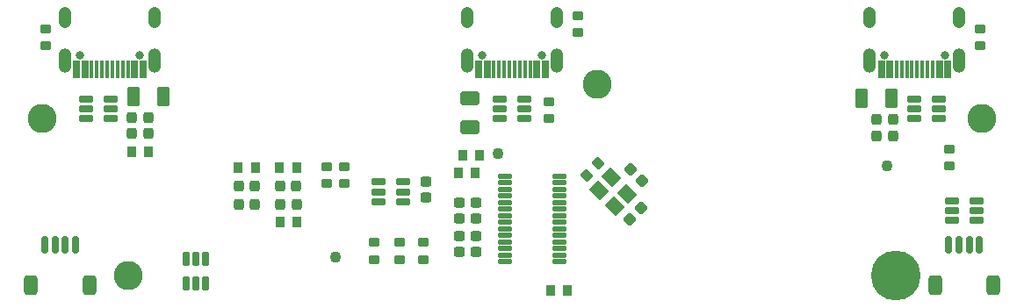
<source format=gbr>
%TF.GenerationSoftware,KiCad,Pcbnew,8.0.2*%
%TF.CreationDate,2025-12-10T20:47:36-08:00*%
%TF.ProjectId,USB-A-Daughterboard,5553422d-412d-4446-9175-676874657262,rev?*%
%TF.SameCoordinates,Original*%
%TF.FileFunction,Soldermask,Bot*%
%TF.FilePolarity,Negative*%
%FSLAX46Y46*%
G04 Gerber Fmt 4.6, Leading zero omitted, Abs format (unit mm)*
G04 Created by KiCad (PCBNEW 8.0.2) date 2025-12-10 20:47:36*
%MOMM*%
%LPD*%
G01*
G04 APERTURE LIST*
G04 Aperture macros list*
%AMRoundRect*
0 Rectangle with rounded corners*
0 $1 Rounding radius*
0 $2 $3 $4 $5 $6 $7 $8 $9 X,Y pos of 4 corners*
0 Add a 4 corners polygon primitive as box body*
4,1,4,$2,$3,$4,$5,$6,$7,$8,$9,$2,$3,0*
0 Add four circle primitives for the rounded corners*
1,1,$1+$1,$2,$3*
1,1,$1+$1,$4,$5*
1,1,$1+$1,$6,$7*
1,1,$1+$1,$8,$9*
0 Add four rect primitives between the rounded corners*
20,1,$1+$1,$2,$3,$4,$5,0*
20,1,$1+$1,$4,$5,$6,$7,0*
20,1,$1+$1,$6,$7,$8,$9,0*
20,1,$1+$1,$8,$9,$2,$3,0*%
G04 Aperture macros list end*
%ADD10RoundRect,0.225400X0.300400X-0.225400X0.300400X0.225400X-0.300400X0.225400X-0.300400X-0.225400X0*%
%ADD11RoundRect,0.225400X-0.300400X0.225400X-0.300400X-0.225400X0.300400X-0.225400X0.300400X0.225400X0*%
%ADD12RoundRect,0.175400X-0.500400X-0.175400X0.500400X-0.175400X0.500400X0.175400X-0.500400X0.175400X0*%
%ADD13C,1.101600*%
%ADD14RoundRect,0.175400X0.175400X0.650400X-0.175400X0.650400X-0.175400X-0.650400X0.175400X-0.650400X0*%
%ADD15RoundRect,0.271166X0.379634X0.679634X-0.379634X0.679634X-0.379634X-0.679634X0.379634X-0.679634X0*%
%ADD16RoundRect,0.250400X-0.017678X0.371797X-0.371797X0.017678X0.017678X-0.371797X0.371797X-0.017678X0*%
%ADD17RoundRect,0.175400X0.500400X0.175400X-0.500400X0.175400X-0.500400X-0.175400X0.500400X-0.175400X0*%
%ADD18C,0.801600*%
%ADD19RoundRect,0.050800X-0.300000X-0.820000X0.300000X-0.820000X0.300000X0.820000X-0.300000X0.820000X0*%
%ADD20RoundRect,0.050800X-0.150000X-0.820000X0.150000X-0.820000X0.150000X0.820000X-0.150000X0.820000X0*%
%ADD21O,1.254000X2.354000*%
%ADD22O,1.254000X2.054000*%
%ADD23RoundRect,0.250400X-0.250400X-0.275400X0.250400X-0.275400X0.250400X0.275400X-0.250400X0.275400X0*%
%ADD24RoundRect,0.225400X-0.053033X0.371797X-0.371797X0.053033X0.053033X-0.371797X0.371797X-0.053033X0*%
%ADD25C,2.801600*%
%ADD26RoundRect,0.250400X0.275400X-0.250400X0.275400X0.250400X-0.275400X0.250400X-0.275400X-0.250400X0*%
%ADD27C,4.801600*%
%ADD28RoundRect,0.272087X-0.353713X-0.678713X0.353713X-0.678713X0.353713X0.678713X-0.353713X0.678713X0*%
%ADD29RoundRect,0.250400X0.250400X0.275400X-0.250400X0.275400X-0.250400X-0.275400X0.250400X-0.275400X0*%
%ADD30RoundRect,0.225400X0.225400X0.300400X-0.225400X0.300400X-0.225400X-0.300400X0.225400X-0.300400X0*%
%ADD31RoundRect,0.270320X-0.655480X0.405480X-0.655480X-0.405480X0.655480X-0.405480X0.655480X0.405480X0*%
%ADD32RoundRect,0.050800X0.600000X0.200000X-0.600000X0.200000X-0.600000X-0.200000X0.600000X-0.200000X0*%
%ADD33RoundRect,0.244150X0.244150X0.281650X-0.244150X0.281650X-0.244150X-0.281650X0.244150X-0.281650X0*%
%ADD34RoundRect,0.225400X-0.225400X-0.300400X0.225400X-0.300400X0.225400X0.300400X-0.225400X0.300400X0*%
%ADD35RoundRect,0.250400X-0.275400X0.250400X-0.275400X-0.250400X0.275400X-0.250400X0.275400X0.250400X0*%
%ADD36RoundRect,0.244150X-0.244150X-0.281650X0.244150X-0.281650X0.244150X0.281650X-0.244150X0.281650X0*%
%ADD37RoundRect,0.250400X0.371797X0.017678X0.017678X0.371797X-0.371797X-0.017678X-0.017678X-0.371797X0*%
%ADD38RoundRect,0.050800X-0.919239X0.070711X0.070711X-0.919239X0.919239X-0.070711X-0.070711X0.919239X0*%
%ADD39RoundRect,0.175400X0.175400X-0.500400X0.175400X0.500400X-0.175400X0.500400X-0.175400X-0.500400X0*%
%ADD40RoundRect,0.272087X0.353713X0.678713X-0.353713X0.678713X-0.353713X-0.678713X0.353713X-0.678713X0*%
G04 APERTURE END LIST*
D10*
%TO.C,R13*%
X54400000Y-3025000D03*
X54400000Y-1375000D03*
%TD*%
D11*
%TO.C,R12*%
X30200000Y-15975000D03*
X30200000Y-17625000D03*
%TD*%
D12*
%TO.C,U3*%
X7025000Y-11350000D03*
X7025000Y-10400000D03*
X7025000Y-9450000D03*
X9375000Y-9450000D03*
X9375000Y-10400000D03*
X9375000Y-11350000D03*
%TD*%
D10*
%TO.C,R11*%
X31900000Y-17625000D03*
X31900000Y-15975000D03*
%TD*%
D13*
%TO.C,TP2*%
X31000000Y-24700000D03*
%TD*%
D14*
%TO.C,J4*%
X6000000Y-23525000D03*
X5000000Y-23525000D03*
X4000000Y-23525000D03*
X3000000Y-23525000D03*
D15*
X7300000Y-27400000D03*
X1700000Y-27400000D03*
%TD*%
D16*
%TO.C,C1*%
X60469328Y-19973312D03*
X59373312Y-21069328D03*
%TD*%
D17*
%TO.C,U2*%
X89175000Y-9450000D03*
X89175000Y-10400000D03*
X89175000Y-11350000D03*
X86825000Y-11350000D03*
X86825000Y-10400000D03*
X86825000Y-9450000D03*
%TD*%
D13*
%TO.C,TP1*%
X46700000Y-14700000D03*
%TD*%
D18*
%TO.C,J1*%
X89760000Y-5250000D03*
X83980000Y-5250000D03*
D19*
X83670000Y-6620000D03*
X84470000Y-6620000D03*
D20*
X85620000Y-6620000D03*
X86620000Y-6620000D03*
X87120000Y-6620000D03*
X88120000Y-6620000D03*
D19*
X89270000Y-6620000D03*
X90070000Y-6620000D03*
X90070000Y-6620000D03*
X89270000Y-6620000D03*
D20*
X88620000Y-6620000D03*
X87620000Y-6620000D03*
X86120000Y-6620000D03*
X85120000Y-6620000D03*
D19*
X84470000Y-6620000D03*
X83670000Y-6620000D03*
D21*
X91190000Y-5750000D03*
D22*
X91190000Y-1600000D03*
D21*
X82550000Y-5750000D03*
D22*
X82550000Y-1600000D03*
%TD*%
D23*
%TO.C,C3*%
X83225000Y-13000000D03*
X84775000Y-13000000D03*
%TD*%
D11*
%TO.C,R15*%
X93200000Y-2675000D03*
X93200000Y-4325000D03*
%TD*%
D10*
%TO.C,R3*%
X37200000Y-24950000D03*
X37200000Y-23300000D03*
%TD*%
D24*
%TO.C,R8*%
X56383363Y-15616637D03*
X55216637Y-16783363D03*
%TD*%
D25*
%TO.C,H2*%
X11100000Y-26500000D03*
%TD*%
D26*
%TO.C,C10*%
X43000000Y-20975000D03*
X43000000Y-19425000D03*
%TD*%
D27*
%TO.C,H1*%
X85040000Y-26500000D03*
%TD*%
D28*
%TO.C,C7*%
X81725000Y-9400000D03*
X84675000Y-9400000D03*
%TD*%
D29*
%TO.C,C4*%
X12975000Y-11200000D03*
X11425000Y-11200000D03*
%TD*%
D30*
%TO.C,R6*%
X23312500Y-16100000D03*
X21662500Y-16100000D03*
%TD*%
D31*
%TO.C,F1*%
X44000000Y-9400000D03*
X44000000Y-12200000D03*
%TD*%
D32*
%TO.C,U1*%
X52600000Y-16872500D03*
X52600000Y-17507500D03*
X52600000Y-18142500D03*
X52600000Y-18777500D03*
X52600000Y-19412500D03*
X52600000Y-20047500D03*
X52600000Y-20682500D03*
X52600000Y-21317500D03*
X52600000Y-21952500D03*
X52600000Y-22587500D03*
X52600000Y-23222500D03*
X52600000Y-23857500D03*
X52600000Y-24492500D03*
X52600000Y-25127500D03*
X47400000Y-25127500D03*
X47400000Y-24492500D03*
X47400000Y-23857500D03*
X47400000Y-23222500D03*
X47400000Y-22587500D03*
X47400000Y-21952500D03*
X47400000Y-21317500D03*
X47400000Y-20682500D03*
X47400000Y-20047500D03*
X47400000Y-19412500D03*
X47400000Y-18777500D03*
X47400000Y-18142500D03*
X47400000Y-17507500D03*
X47400000Y-16872500D03*
%TD*%
D33*
%TO.C,D2*%
X27275000Y-19600000D03*
X25700000Y-19600000D03*
%TD*%
D11*
%TO.C,R16*%
X90200000Y-14275000D03*
X90200000Y-15925000D03*
%TD*%
%TO.C,R17*%
X3100000Y-2675000D03*
X3100000Y-4325000D03*
%TD*%
D34*
%TO.C,R10*%
X42875000Y-16600000D03*
X44525000Y-16600000D03*
%TD*%
D10*
%TO.C,R4*%
X39500000Y-24925000D03*
X39500000Y-23275000D03*
%TD*%
D12*
%TO.C,U4*%
X90465000Y-21150000D03*
X90465000Y-20200000D03*
X90465000Y-19250000D03*
X92815000Y-19250000D03*
X92815000Y-20200000D03*
X92815000Y-21150000D03*
%TD*%
D18*
%TO.C,J2*%
X12160000Y-5250000D03*
X6380000Y-5250000D03*
D19*
X6070000Y-6620000D03*
X6870000Y-6620000D03*
D20*
X8020000Y-6620000D03*
X9020000Y-6620000D03*
X9520000Y-6620000D03*
X10520000Y-6620000D03*
D19*
X11670000Y-6620000D03*
X12470000Y-6620000D03*
X12470000Y-6620000D03*
X11670000Y-6620000D03*
D20*
X11020000Y-6620000D03*
X10020000Y-6620000D03*
X8520000Y-6620000D03*
X7520000Y-6620000D03*
D19*
X6870000Y-6620000D03*
X6070000Y-6620000D03*
D21*
X13590000Y-5750000D03*
D22*
X13590000Y-1600000D03*
D21*
X4950000Y-5750000D03*
D22*
X4950000Y-1600000D03*
%TD*%
D11*
%TO.C,R5*%
X34800000Y-23275000D03*
X34800000Y-24925000D03*
%TD*%
D34*
%TO.C,R7*%
X25675000Y-21300000D03*
X27325000Y-21300000D03*
%TD*%
D29*
%TO.C,C6*%
X12975000Y-12800000D03*
X11425000Y-12800000D03*
%TD*%
D11*
%TO.C,R14*%
X51600000Y-9675000D03*
X51600000Y-11325000D03*
%TD*%
D25*
%TO.C,H3*%
X93340000Y-11300000D03*
%TD*%
D34*
%TO.C,R9*%
X25650000Y-16100000D03*
X27300000Y-16100000D03*
%TD*%
D23*
%TO.C,C5*%
X83225000Y-11400000D03*
X84775000Y-11400000D03*
%TD*%
D17*
%TO.C,U6*%
X49245000Y-9450000D03*
X49245000Y-10400000D03*
X49245000Y-11350000D03*
X46895000Y-11350000D03*
X46895000Y-10400000D03*
X46895000Y-9450000D03*
%TD*%
D34*
%TO.C,R18*%
X11375000Y-14500000D03*
X13025000Y-14500000D03*
%TD*%
D35*
%TO.C,C11*%
X44600000Y-22625000D03*
X44600000Y-24175000D03*
%TD*%
D36*
%TO.C,D3*%
X25687500Y-17800000D03*
X27262500Y-17800000D03*
%TD*%
D37*
%TO.C,C2*%
X60548008Y-17348008D03*
X59451992Y-16251992D03*
%TD*%
D38*
%TO.C,Y1*%
X57623223Y-17021142D03*
X59178858Y-18576777D03*
X57976777Y-19778858D03*
X56421142Y-18223223D03*
%TD*%
D18*
%TO.C,J5*%
X50960000Y-5250000D03*
X45180000Y-5250000D03*
D19*
X44870000Y-6620000D03*
X45670000Y-6620000D03*
D20*
X46820000Y-6620000D03*
X47820000Y-6620000D03*
X48320000Y-6620000D03*
X49320000Y-6620000D03*
D19*
X50470000Y-6620000D03*
X51270000Y-6620000D03*
X51270000Y-6620000D03*
X50470000Y-6620000D03*
D20*
X49820000Y-6620000D03*
X48820000Y-6620000D03*
X47320000Y-6620000D03*
X46320000Y-6620000D03*
D19*
X45670000Y-6620000D03*
X44870000Y-6620000D03*
D21*
X52390000Y-5750000D03*
D22*
X52390000Y-1600000D03*
D21*
X43750000Y-5750000D03*
D22*
X43750000Y-1600000D03*
%TD*%
D33*
%TO.C,D4*%
X23275000Y-19600000D03*
X21700000Y-19600000D03*
%TD*%
D25*
%TO.C,H4*%
X56240000Y-8000000D03*
%TD*%
D30*
%TO.C,R1*%
X53425000Y-27900000D03*
X51775000Y-27900000D03*
%TD*%
D26*
%TO.C,C13*%
X39800000Y-18975000D03*
X39800000Y-17425000D03*
%TD*%
D13*
%TO.C,TP3*%
X84200000Y-15900000D03*
%TD*%
D17*
%TO.C,U7*%
X37575000Y-17450000D03*
X37575000Y-18400000D03*
X37575000Y-19350000D03*
X35225000Y-19350000D03*
X35225000Y-18400000D03*
X35225000Y-17450000D03*
%TD*%
D26*
%TO.C,C12*%
X44600000Y-20975000D03*
X44600000Y-19425000D03*
%TD*%
D14*
%TO.C,J3*%
X93140000Y-23525000D03*
X92140000Y-23525000D03*
X91140000Y-23525000D03*
X90140000Y-23525000D03*
D15*
X94440000Y-27400000D03*
X88840000Y-27400000D03*
%TD*%
D35*
%TO.C,C9*%
X43000000Y-22625000D03*
X43000000Y-24175000D03*
%TD*%
D36*
%TO.C,D1*%
X21700000Y-17800000D03*
X23275000Y-17800000D03*
%TD*%
D39*
%TO.C,U5*%
X18550000Y-27200000D03*
X17600000Y-27200000D03*
X16650000Y-27200000D03*
X16650000Y-24850000D03*
X17600000Y-24850000D03*
X18550000Y-24850000D03*
%TD*%
D40*
%TO.C,C8*%
X14475000Y-9200000D03*
X11525000Y-9200000D03*
%TD*%
D34*
%TO.C,R2*%
X43275000Y-14900000D03*
X44925000Y-14900000D03*
%TD*%
D25*
%TO.C,H5*%
X2800000Y-11300000D03*
%TD*%
M02*

</source>
